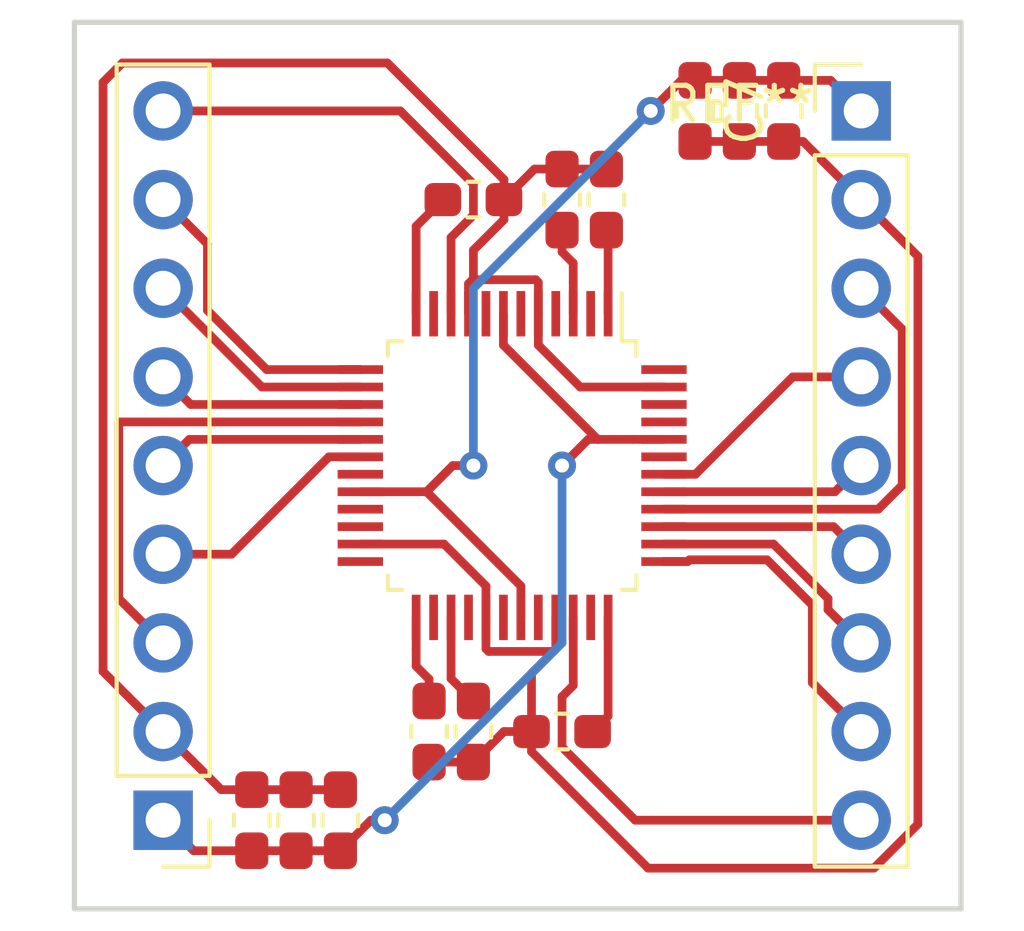
<source format=kicad_pcb>
(kicad_pcb (version 20171130) (host pcbnew "(5.0.0)")

  (general
    (thickness 1.6)
    (drawings 4)
    (tracks 147)
    (zones 0)
    (modules 19)
    (nets 43)
  )

  (page A4)
  (layers
    (0 F.Cu signal)
    (31 B.Cu signal)
    (32 B.Adhes user)
    (33 F.Adhes user)
    (34 B.Paste user hide)
    (35 F.Paste user)
    (36 B.SilkS user)
    (37 F.SilkS user)
    (38 B.Mask user)
    (39 F.Mask user)
    (40 Dwgs.User user)
    (41 Cmts.User user)
    (42 Eco1.User user)
    (43 Eco2.User user)
    (44 Edge.Cuts user)
    (45 Margin user)
    (46 B.CrtYd user)
    (47 F.CrtYd user)
    (48 B.Fab user)
    (49 F.Fab user)
  )

  (setup
    (last_trace_width 0.25)
    (trace_clearance 0.2)
    (zone_clearance 0.508)
    (zone_45_only no)
    (trace_min 0.2)
    (segment_width 0.2)
    (edge_width 0.15)
    (via_size 0.8)
    (via_drill 0.4)
    (via_min_size 0.4)
    (via_min_drill 0.3)
    (uvia_size 0.3)
    (uvia_drill 0.1)
    (uvias_allowed no)
    (uvia_min_size 0.2)
    (uvia_min_drill 0.1)
    (pcb_text_width 0.3)
    (pcb_text_size 1.5 1.5)
    (mod_edge_width 0.15)
    (mod_text_size 1 1)
    (mod_text_width 0.15)
    (pad_size 1.524 1.524)
    (pad_drill 0.762)
    (pad_to_mask_clearance 0.2)
    (aux_axis_origin 0 0)
    (visible_elements 7FFFFFFF)
    (pcbplotparams
      (layerselection 0x010fc_ffffffff)
      (usegerberextensions false)
      (usegerberattributes false)
      (usegerberadvancedattributes false)
      (creategerberjobfile false)
      (excludeedgelayer true)
      (linewidth 0.100000)
      (plotframeref false)
      (viasonmask false)
      (mode 1)
      (useauxorigin false)
      (hpglpennumber 1)
      (hpglpenspeed 20)
      (hpglpendiameter 15.000000)
      (psnegative false)
      (psa4output false)
      (plotreference true)
      (plotvalue true)
      (plotinvisibletext false)
      (padsonsilk false)
      (subtractmaskfromsilk false)
      (outputformat 1)
      (mirror false)
      (drillshape 1)
      (scaleselection 1)
      (outputdirectory ""))
  )

  (net 0 "")
  (net 1 GND)
  (net 2 +5V)
  (net 3 "Net-(C2-Pad2)")
  (net 4 "Net-(C3-Pad1)")
  (net 5 "Net-(C4-Pad2)")
  (net 6 GNDA)
  (net 7 +5VA)
  (net 8 "Net-(C9-Pad1)")
  (net 9 "Net-(C10-Pad2)")
  (net 10 "Net-(C11-Pad1)")
  (net 11 "Net-(J1-Pad3)")
  (net 12 "Net-(J1-Pad4)")
  (net 13 "Net-(J1-Pad5)")
  (net 14 "Net-(J1-Pad6)")
  (net 15 "Net-(J1-Pad7)")
  (net 16 "Net-(J1-Pad8)")
  (net 17 "Net-(J1-Pad9)")
  (net 18 "Net-(J2-Pad9)")
  (net 19 "Net-(J2-Pad8)")
  (net 20 "Net-(J2-Pad7)")
  (net 21 "Net-(J2-Pad6)")
  (net 22 "Net-(J2-Pad5)")
  (net 23 "Net-(J2-Pad4)")
  (net 24 "Net-(J2-Pad3)")
  (net 25 "Net-(U1-Pad2)")
  (net 26 "Net-(U1-Pad4)")
  (net 27 "Net-(U1-Pad6)")
  (net 28 "Net-(U1-Pad8)")
  (net 29 "Net-(U1-Pad11)")
  (net 30 "Net-(U1-Pad19)")
  (net 31 "Net-(U1-Pad21)")
  (net 32 "Net-(U1-Pad22)")
  (net 33 "Net-(U1-Pad24)")
  (net 34 "Net-(U1-Pad26)")
  (net 35 "Net-(U1-Pad28)")
  (net 36 "Net-(U1-Pad30)")
  (net 37 "Net-(U1-Pad32)")
  (net 38 "Net-(U1-Pad35)")
  (net 39 "Net-(U1-Pad43)")
  (net 40 "Net-(U1-Pad45)")
  (net 41 "Net-(U1-Pad46)")
  (net 42 "Net-(U1-Pad48)")

  (net_class Default "This is the default net class."
    (clearance 0.2)
    (trace_width 0.25)
    (via_dia 0.8)
    (via_drill 0.4)
    (uvia_dia 0.3)
    (uvia_drill 0.1)
    (add_net +5V)
    (add_net +5VA)
    (add_net GND)
    (add_net GNDA)
    (add_net "Net-(C10-Pad2)")
    (add_net "Net-(C11-Pad1)")
    (add_net "Net-(C2-Pad2)")
    (add_net "Net-(C3-Pad1)")
    (add_net "Net-(C4-Pad2)")
    (add_net "Net-(C9-Pad1)")
    (add_net "Net-(J1-Pad3)")
    (add_net "Net-(J1-Pad4)")
    (add_net "Net-(J1-Pad5)")
    (add_net "Net-(J1-Pad6)")
    (add_net "Net-(J1-Pad7)")
    (add_net "Net-(J1-Pad8)")
    (add_net "Net-(J1-Pad9)")
    (add_net "Net-(J2-Pad3)")
    (add_net "Net-(J2-Pad4)")
    (add_net "Net-(J2-Pad5)")
    (add_net "Net-(J2-Pad6)")
    (add_net "Net-(J2-Pad7)")
    (add_net "Net-(J2-Pad8)")
    (add_net "Net-(J2-Pad9)")
    (add_net "Net-(U1-Pad11)")
    (add_net "Net-(U1-Pad19)")
    (add_net "Net-(U1-Pad2)")
    (add_net "Net-(U1-Pad21)")
    (add_net "Net-(U1-Pad22)")
    (add_net "Net-(U1-Pad24)")
    (add_net "Net-(U1-Pad26)")
    (add_net "Net-(U1-Pad28)")
    (add_net "Net-(U1-Pad30)")
    (add_net "Net-(U1-Pad32)")
    (add_net "Net-(U1-Pad35)")
    (add_net "Net-(U1-Pad4)")
    (add_net "Net-(U1-Pad43)")
    (add_net "Net-(U1-Pad45)")
    (add_net "Net-(U1-Pad46)")
    (add_net "Net-(U1-Pad48)")
    (add_net "Net-(U1-Pad6)")
    (add_net "Net-(U1-Pad8)")
  )

  (module Capacitor_SMD:C_0603_1608Metric_Pad1.05x0.95mm_HandSolder (layer F.Cu) (tedit 5C3DAEEB) (tstamp 5C3EF9BA)
    (at 93.98 76.2 90)
    (descr "Capacitor SMD 0603 (1608 Metric), square (rectangular) end terminal, IPC_7351 nominal with elongated pad for handsoldering. (Body size source: http://www.tortai-tech.com/upload/download/2011102023233369053.pdf), generated with kicad-footprint-generator")
    (tags "capacitor handsolder")
    (path /5C3CDDF8)
    (attr smd)
    (fp_text reference C1 (at 0 -1.43 90) (layer F.SilkS) hide
      (effects (font (size 1 1) (thickness 0.15)))
    )
    (fp_text value 4.7uF (at 0 1.43 90) (layer F.Fab)
      (effects (font (size 1 1) (thickness 0.15)))
    )
    (fp_text user %R (at 0 0 90) (layer F.Fab)
      (effects (font (size 0.4 0.4) (thickness 0.06)))
    )
    (fp_line (start 1.65 0.73) (end -1.65 0.73) (layer F.CrtYd) (width 0.05))
    (fp_line (start 1.65 -0.73) (end 1.65 0.73) (layer F.CrtYd) (width 0.05))
    (fp_line (start -1.65 -0.73) (end 1.65 -0.73) (layer F.CrtYd) (width 0.05))
    (fp_line (start -1.65 0.73) (end -1.65 -0.73) (layer F.CrtYd) (width 0.05))
    (fp_line (start -0.171267 0.51) (end 0.171267 0.51) (layer F.SilkS) (width 0.12))
    (fp_line (start -0.171267 -0.51) (end 0.171267 -0.51) (layer F.SilkS) (width 0.12))
    (fp_line (start 0.8 0.4) (end -0.8 0.4) (layer F.Fab) (width 0.1))
    (fp_line (start 0.8 -0.4) (end 0.8 0.4) (layer F.Fab) (width 0.1))
    (fp_line (start -0.8 -0.4) (end 0.8 -0.4) (layer F.Fab) (width 0.1))
    (fp_line (start -0.8 0.4) (end -0.8 -0.4) (layer F.Fab) (width 0.1))
    (pad 2 smd roundrect (at 0.875 0 90) (size 1.05 0.95) (layers F.Cu F.Paste F.Mask) (roundrect_rratio 0.25)
      (net 1 GND))
    (pad 1 smd roundrect (at -0.875 0 90) (size 1.05 0.95) (layers F.Cu F.Paste F.Mask) (roundrect_rratio 0.25)
      (net 2 +5V))
    (model ${KISYS3DMOD}/Capacitor_SMD.3dshapes/C_0603_1608Metric.wrl
      (at (xyz 0 0 0))
      (scale (xyz 1 1 1))
      (rotate (xyz 0 0 0))
    )
  )

  (module Capacitor_SMD:C_0603_1608Metric_Pad1.05x0.95mm_HandSolder (layer F.Cu) (tedit 5C3DAF82) (tstamp 5C3EF9CB)
    (at 104.14 58.42 270)
    (descr "Capacitor SMD 0603 (1608 Metric), square (rectangular) end terminal, IPC_7351 nominal with elongated pad for handsoldering. (Body size source: http://www.tortai-tech.com/upload/download/2011102023233369053.pdf), generated with kicad-footprint-generator")
    (tags "capacitor handsolder")
    (path /5C3C9F73)
    (attr smd)
    (fp_text reference C2 (at 0 -1.43 270) (layer F.SilkS) hide
      (effects (font (size 1 1) (thickness 0.15)))
    )
    (fp_text value 100nF (at 0 1.43 270) (layer F.Fab)
      (effects (font (size 1 1) (thickness 0.15)))
    )
    (fp_line (start -0.8 0.4) (end -0.8 -0.4) (layer F.Fab) (width 0.1))
    (fp_line (start -0.8 -0.4) (end 0.8 -0.4) (layer F.Fab) (width 0.1))
    (fp_line (start 0.8 -0.4) (end 0.8 0.4) (layer F.Fab) (width 0.1))
    (fp_line (start 0.8 0.4) (end -0.8 0.4) (layer F.Fab) (width 0.1))
    (fp_line (start -0.171267 -0.51) (end 0.171267 -0.51) (layer F.SilkS) (width 0.12))
    (fp_line (start -0.171267 0.51) (end 0.171267 0.51) (layer F.SilkS) (width 0.12))
    (fp_line (start -1.65 0.73) (end -1.65 -0.73) (layer F.CrtYd) (width 0.05))
    (fp_line (start -1.65 -0.73) (end 1.65 -0.73) (layer F.CrtYd) (width 0.05))
    (fp_line (start 1.65 -0.73) (end 1.65 0.73) (layer F.CrtYd) (width 0.05))
    (fp_line (start 1.65 0.73) (end -1.65 0.73) (layer F.CrtYd) (width 0.05))
    (fp_text user %R (at 0 0 270) (layer F.Fab)
      (effects (font (size 0.4 0.4) (thickness 0.06)))
    )
    (pad 1 smd roundrect (at -0.875 0 270) (size 1.05 0.95) (layers F.Cu F.Paste F.Mask) (roundrect_rratio 0.25)
      (net 1 GND))
    (pad 2 smd roundrect (at 0.875 0 270) (size 1.05 0.95) (layers F.Cu F.Paste F.Mask) (roundrect_rratio 0.25)
      (net 3 "Net-(C2-Pad2)"))
    (model ${KISYS3DMOD}/Capacitor_SMD.3dshapes/C_0603_1608Metric.wrl
      (at (xyz 0 0 0))
      (scale (xyz 1 1 1))
      (rotate (xyz 0 0 0))
    )
  )

  (module Capacitor_SMD:C_0603_1608Metric_Pad1.05x0.95mm_HandSolder (layer F.Cu) (tedit 5C3DAF8C) (tstamp 5C3EF9DC)
    (at 102.87 58.42 90)
    (descr "Capacitor SMD 0603 (1608 Metric), square (rectangular) end terminal, IPC_7351 nominal with elongated pad for handsoldering. (Body size source: http://www.tortai-tech.com/upload/download/2011102023233369053.pdf), generated with kicad-footprint-generator")
    (tags "capacitor handsolder")
    (path /5C3C9FFD)
    (attr smd)
    (fp_text reference C3 (at 0 -1.43 90) (layer F.SilkS) hide
      (effects (font (size 1 1) (thickness 0.15)))
    )
    (fp_text value 100nF (at 0 1.43 90) (layer F.Fab)
      (effects (font (size 1 1) (thickness 0.15)))
    )
    (fp_text user %R (at 0 0 90) (layer F.Fab)
      (effects (font (size 0.4 0.4) (thickness 0.06)))
    )
    (fp_line (start 1.65 0.73) (end -1.65 0.73) (layer F.CrtYd) (width 0.05))
    (fp_line (start 1.65 -0.73) (end 1.65 0.73) (layer F.CrtYd) (width 0.05))
    (fp_line (start -1.65 -0.73) (end 1.65 -0.73) (layer F.CrtYd) (width 0.05))
    (fp_line (start -1.65 0.73) (end -1.65 -0.73) (layer F.CrtYd) (width 0.05))
    (fp_line (start -0.171267 0.51) (end 0.171267 0.51) (layer F.SilkS) (width 0.12))
    (fp_line (start -0.171267 -0.51) (end 0.171267 -0.51) (layer F.SilkS) (width 0.12))
    (fp_line (start 0.8 0.4) (end -0.8 0.4) (layer F.Fab) (width 0.1))
    (fp_line (start 0.8 -0.4) (end 0.8 0.4) (layer F.Fab) (width 0.1))
    (fp_line (start -0.8 -0.4) (end 0.8 -0.4) (layer F.Fab) (width 0.1))
    (fp_line (start -0.8 0.4) (end -0.8 -0.4) (layer F.Fab) (width 0.1))
    (pad 2 smd roundrect (at 0.875 0 90) (size 1.05 0.95) (layers F.Cu F.Paste F.Mask) (roundrect_rratio 0.25)
      (net 1 GND))
    (pad 1 smd roundrect (at -0.875 0 90) (size 1.05 0.95) (layers F.Cu F.Paste F.Mask) (roundrect_rratio 0.25)
      (net 4 "Net-(C3-Pad1)"))
    (model ${KISYS3DMOD}/Capacitor_SMD.3dshapes/C_0603_1608Metric.wrl
      (at (xyz 0 0 0))
      (scale (xyz 1 1 1))
      (rotate (xyz 0 0 0))
    )
  )

  (module Capacitor_SMD:C_0603_1608Metric_Pad1.05x0.95mm_HandSolder (layer F.Cu) (tedit 5C3DAF86) (tstamp 5C3EF9ED)
    (at 100.33 58.42 180)
    (descr "Capacitor SMD 0603 (1608 Metric), square (rectangular) end terminal, IPC_7351 nominal with elongated pad for handsoldering. (Body size source: http://www.tortai-tech.com/upload/download/2011102023233369053.pdf), generated with kicad-footprint-generator")
    (tags "capacitor handsolder")
    (path /5C3C9E61)
    (attr smd)
    (fp_text reference C4 (at 0 -1.43 180) (layer F.SilkS) hide
      (effects (font (size 1 1) (thickness 0.15)))
    )
    (fp_text value 220nF (at 0 1.43 180) (layer F.Fab)
      (effects (font (size 1 1) (thickness 0.15)))
    )
    (fp_text user %R (at 0 0 180) (layer F.Fab)
      (effects (font (size 0.4 0.4) (thickness 0.06)))
    )
    (fp_line (start 1.65 0.73) (end -1.65 0.73) (layer F.CrtYd) (width 0.05))
    (fp_line (start 1.65 -0.73) (end 1.65 0.73) (layer F.CrtYd) (width 0.05))
    (fp_line (start -1.65 -0.73) (end 1.65 -0.73) (layer F.CrtYd) (width 0.05))
    (fp_line (start -1.65 0.73) (end -1.65 -0.73) (layer F.CrtYd) (width 0.05))
    (fp_line (start -0.171267 0.51) (end 0.171267 0.51) (layer F.SilkS) (width 0.12))
    (fp_line (start -0.171267 -0.51) (end 0.171267 -0.51) (layer F.SilkS) (width 0.12))
    (fp_line (start 0.8 0.4) (end -0.8 0.4) (layer F.Fab) (width 0.1))
    (fp_line (start 0.8 -0.4) (end 0.8 0.4) (layer F.Fab) (width 0.1))
    (fp_line (start -0.8 -0.4) (end 0.8 -0.4) (layer F.Fab) (width 0.1))
    (fp_line (start -0.8 0.4) (end -0.8 -0.4) (layer F.Fab) (width 0.1))
    (pad 2 smd roundrect (at 0.875 0 180) (size 1.05 0.95) (layers F.Cu F.Paste F.Mask) (roundrect_rratio 0.25)
      (net 5 "Net-(C4-Pad2)"))
    (pad 1 smd roundrect (at -0.875 0 180) (size 1.05 0.95) (layers F.Cu F.Paste F.Mask) (roundrect_rratio 0.25)
      (net 1 GND))
    (model ${KISYS3DMOD}/Capacitor_SMD.3dshapes/C_0603_1608Metric.wrl
      (at (xyz 0 0 0))
      (scale (xyz 1 1 1))
      (rotate (xyz 0 0 0))
    )
  )

  (module Capacitor_SMD:C_0603_1608Metric_Pad1.05x0.95mm_HandSolder (layer F.Cu) (tedit 5C3DAF03) (tstamp 5C3EF9FE)
    (at 96.52 76.2 90)
    (descr "Capacitor SMD 0603 (1608 Metric), square (rectangular) end terminal, IPC_7351 nominal with elongated pad for handsoldering. (Body size source: http://www.tortai-tech.com/upload/download/2011102023233369053.pdf), generated with kicad-footprint-generator")
    (tags "capacitor handsolder")
    (path /5C3D0A02)
    (attr smd)
    (fp_text reference C5 (at 0 -1.43 90) (layer F.SilkS) hide
      (effects (font (size 1 1) (thickness 0.15)))
    )
    (fp_text value 1uF (at 0 1.43 90) (layer F.Fab)
      (effects (font (size 1 1) (thickness 0.15)))
    )
    (fp_text user %R (at 0 0 90) (layer F.Fab)
      (effects (font (size 0.4 0.4) (thickness 0.06)))
    )
    (fp_line (start 1.65 0.73) (end -1.65 0.73) (layer F.CrtYd) (width 0.05))
    (fp_line (start 1.65 -0.73) (end 1.65 0.73) (layer F.CrtYd) (width 0.05))
    (fp_line (start -1.65 -0.73) (end 1.65 -0.73) (layer F.CrtYd) (width 0.05))
    (fp_line (start -1.65 0.73) (end -1.65 -0.73) (layer F.CrtYd) (width 0.05))
    (fp_line (start -0.171267 0.51) (end 0.171267 0.51) (layer F.SilkS) (width 0.12))
    (fp_line (start -0.171267 -0.51) (end 0.171267 -0.51) (layer F.SilkS) (width 0.12))
    (fp_line (start 0.8 0.4) (end -0.8 0.4) (layer F.Fab) (width 0.1))
    (fp_line (start 0.8 -0.4) (end 0.8 0.4) (layer F.Fab) (width 0.1))
    (fp_line (start -0.8 -0.4) (end 0.8 -0.4) (layer F.Fab) (width 0.1))
    (fp_line (start -0.8 0.4) (end -0.8 -0.4) (layer F.Fab) (width 0.1))
    (pad 2 smd roundrect (at 0.875 0 90) (size 1.05 0.95) (layers F.Cu F.Paste F.Mask) (roundrect_rratio 0.25)
      (net 1 GND))
    (pad 1 smd roundrect (at -0.875 0 90) (size 1.05 0.95) (layers F.Cu F.Paste F.Mask) (roundrect_rratio 0.25)
      (net 2 +5V))
    (model ${KISYS3DMOD}/Capacitor_SMD.3dshapes/C_0603_1608Metric.wrl
      (at (xyz 0 0 0))
      (scale (xyz 1 1 1))
      (rotate (xyz 0 0 0))
    )
  )

  (module Capacitor_SMD:C_0603_1608Metric_Pad1.05x0.95mm_HandSolder (layer F.Cu) (tedit 5C3DAEEF) (tstamp 5C3EFA0F)
    (at 95.25 76.2 90)
    (descr "Capacitor SMD 0603 (1608 Metric), square (rectangular) end terminal, IPC_7351 nominal with elongated pad for handsoldering. (Body size source: http://www.tortai-tech.com/upload/download/2011102023233369053.pdf), generated with kicad-footprint-generator")
    (tags "capacitor handsolder")
    (path /5C3D0996)
    (attr smd)
    (fp_text reference C6 (at 0 -1.43 90) (layer F.SilkS) hide
      (effects (font (size 1 1) (thickness 0.15)))
    )
    (fp_text value 1uF (at 0 1.43 90) (layer F.Fab)
      (effects (font (size 1 1) (thickness 0.15)))
    )
    (fp_line (start -0.8 0.4) (end -0.8 -0.4) (layer F.Fab) (width 0.1))
    (fp_line (start -0.8 -0.4) (end 0.8 -0.4) (layer F.Fab) (width 0.1))
    (fp_line (start 0.8 -0.4) (end 0.8 0.4) (layer F.Fab) (width 0.1))
    (fp_line (start 0.8 0.4) (end -0.8 0.4) (layer F.Fab) (width 0.1))
    (fp_line (start -0.171267 -0.51) (end 0.171267 -0.51) (layer F.SilkS) (width 0.12))
    (fp_line (start -0.171267 0.51) (end 0.171267 0.51) (layer F.SilkS) (width 0.12))
    (fp_line (start -1.65 0.73) (end -1.65 -0.73) (layer F.CrtYd) (width 0.05))
    (fp_line (start -1.65 -0.73) (end 1.65 -0.73) (layer F.CrtYd) (width 0.05))
    (fp_line (start 1.65 -0.73) (end 1.65 0.73) (layer F.CrtYd) (width 0.05))
    (fp_line (start 1.65 0.73) (end -1.65 0.73) (layer F.CrtYd) (width 0.05))
    (fp_text user %R (at 0 0 90) (layer F.Fab)
      (effects (font (size 0.4 0.4) (thickness 0.06)))
    )
    (pad 1 smd roundrect (at -0.875 0 90) (size 1.05 0.95) (layers F.Cu F.Paste F.Mask) (roundrect_rratio 0.25)
      (net 2 +5V))
    (pad 2 smd roundrect (at 0.875 0 90) (size 1.05 0.95) (layers F.Cu F.Paste F.Mask) (roundrect_rratio 0.25)
      (net 1 GND))
    (model ${KISYS3DMOD}/Capacitor_SMD.3dshapes/C_0603_1608Metric.wrl
      (at (xyz 0 0 0))
      (scale (xyz 1 1 1))
      (rotate (xyz 0 0 0))
    )
  )

  (module Capacitor_SMD:C_0603_1608Metric_Pad1.05x0.95mm_HandSolder (layer F.Cu) (tedit 5B301BBE) (tstamp 5C3EFA20)
    (at 106.68 55.88 270)
    (descr "Capacitor SMD 0603 (1608 Metric), square (rectangular) end terminal, IPC_7351 nominal with elongated pad for handsoldering. (Body size source: http://www.tortai-tech.com/upload/download/2011102023233369053.pdf), generated with kicad-footprint-generator")
    (tags "capacitor handsolder")
    (path /5C3CE598)
    (attr smd)
    (fp_text reference C7 (at 0 -1.43 270) (layer F.SilkS)
      (effects (font (size 1 1) (thickness 0.15)))
    )
    (fp_text value 1uF (at 0 1.43 270) (layer F.Fab)
      (effects (font (size 1 1) (thickness 0.15)))
    )
    (fp_text user %R (at 0 0 270) (layer F.Fab)
      (effects (font (size 0.4 0.4) (thickness 0.06)))
    )
    (fp_line (start 1.65 0.73) (end -1.65 0.73) (layer F.CrtYd) (width 0.05))
    (fp_line (start 1.65 -0.73) (end 1.65 0.73) (layer F.CrtYd) (width 0.05))
    (fp_line (start -1.65 -0.73) (end 1.65 -0.73) (layer F.CrtYd) (width 0.05))
    (fp_line (start -1.65 0.73) (end -1.65 -0.73) (layer F.CrtYd) (width 0.05))
    (fp_line (start -0.171267 0.51) (end 0.171267 0.51) (layer F.SilkS) (width 0.12))
    (fp_line (start -0.171267 -0.51) (end 0.171267 -0.51) (layer F.SilkS) (width 0.12))
    (fp_line (start 0.8 0.4) (end -0.8 0.4) (layer F.Fab) (width 0.1))
    (fp_line (start 0.8 -0.4) (end 0.8 0.4) (layer F.Fab) (width 0.1))
    (fp_line (start -0.8 -0.4) (end 0.8 -0.4) (layer F.Fab) (width 0.1))
    (fp_line (start -0.8 0.4) (end -0.8 -0.4) (layer F.Fab) (width 0.1))
    (pad 2 smd roundrect (at 0.875 0 270) (size 1.05 0.95) (layers F.Cu F.Paste F.Mask) (roundrect_rratio 0.25)
      (net 6 GNDA))
    (pad 1 smd roundrect (at -0.875 0 270) (size 1.05 0.95) (layers F.Cu F.Paste F.Mask) (roundrect_rratio 0.25)
      (net 7 +5VA))
    (model ${KISYS3DMOD}/Capacitor_SMD.3dshapes/C_0603_1608Metric.wrl
      (at (xyz 0 0 0))
      (scale (xyz 1 1 1))
      (rotate (xyz 0 0 0))
    )
  )

  (module Capacitor_SMD:C_0603_1608Metric_Pad1.05x0.95mm_HandSolder (layer F.Cu) (tedit 5C3DAFD6) (tstamp 5C3EFA31)
    (at 107.95 55.88 270)
    (descr "Capacitor SMD 0603 (1608 Metric), square (rectangular) end terminal, IPC_7351 nominal with elongated pad for handsoldering. (Body size source: http://www.tortai-tech.com/upload/download/2011102023233369053.pdf), generated with kicad-footprint-generator")
    (tags "capacitor handsolder")
    (path /5C3CE48A)
    (attr smd)
    (fp_text reference C8 (at 0 -1.43 270) (layer F.SilkS) hide
      (effects (font (size 1 1) (thickness 0.15)))
    )
    (fp_text value 1uF (at 0 1.43 270) (layer F.Fab) hide
      (effects (font (size 1 1) (thickness 0.15)))
    )
    (fp_line (start -0.8 0.4) (end -0.8 -0.4) (layer F.Fab) (width 0.1))
    (fp_line (start -0.8 -0.4) (end 0.8 -0.4) (layer F.Fab) (width 0.1))
    (fp_line (start 0.8 -0.4) (end 0.8 0.4) (layer F.Fab) (width 0.1))
    (fp_line (start 0.8 0.4) (end -0.8 0.4) (layer F.Fab) (width 0.1))
    (fp_line (start -0.171267 -0.51) (end 0.171267 -0.51) (layer F.SilkS) (width 0.12))
    (fp_line (start -0.171267 0.51) (end 0.171267 0.51) (layer F.SilkS) (width 0.12))
    (fp_line (start -1.65 0.73) (end -1.65 -0.73) (layer F.CrtYd) (width 0.05))
    (fp_line (start -1.65 -0.73) (end 1.65 -0.73) (layer F.CrtYd) (width 0.05))
    (fp_line (start 1.65 -0.73) (end 1.65 0.73) (layer F.CrtYd) (width 0.05))
    (fp_line (start 1.65 0.73) (end -1.65 0.73) (layer F.CrtYd) (width 0.05))
    (fp_text user %R (at 0 0 270) (layer F.Fab)
      (effects (font (size 0.4 0.4) (thickness 0.06)))
    )
    (pad 1 smd roundrect (at -0.875 0 270) (size 1.05 0.95) (layers F.Cu F.Paste F.Mask) (roundrect_rratio 0.25)
      (net 7 +5VA))
    (pad 2 smd roundrect (at 0.875 0 270) (size 1.05 0.95) (layers F.Cu F.Paste F.Mask) (roundrect_rratio 0.25)
      (net 6 GNDA))
    (model ${KISYS3DMOD}/Capacitor_SMD.3dshapes/C_0603_1608Metric.wrl
      (at (xyz 0 0 0))
      (scale (xyz 1 1 1))
      (rotate (xyz 0 0 0))
    )
  )

  (module Capacitor_SMD:C_0603_1608Metric_Pad1.05x0.95mm_HandSolder (layer F.Cu) (tedit 5C3DAF20) (tstamp 5C3EFA42)
    (at 102.87 73.66 180)
    (descr "Capacitor SMD 0603 (1608 Metric), square (rectangular) end terminal, IPC_7351 nominal with elongated pad for handsoldering. (Body size source: http://www.tortai-tech.com/upload/download/2011102023233369053.pdf), generated with kicad-footprint-generator")
    (tags "capacitor handsolder")
    (path /5C3C9CF1)
    (attr smd)
    (fp_text reference C9 (at 0 -1.43 180) (layer F.SilkS) hide
      (effects (font (size 1 1) (thickness 0.15)))
    )
    (fp_text value 220nF (at 0 1.43 180) (layer F.Fab)
      (effects (font (size 1 1) (thickness 0.15)))
    )
    (fp_line (start -0.8 0.4) (end -0.8 -0.4) (layer F.Fab) (width 0.1))
    (fp_line (start -0.8 -0.4) (end 0.8 -0.4) (layer F.Fab) (width 0.1))
    (fp_line (start 0.8 -0.4) (end 0.8 0.4) (layer F.Fab) (width 0.1))
    (fp_line (start 0.8 0.4) (end -0.8 0.4) (layer F.Fab) (width 0.1))
    (fp_line (start -0.171267 -0.51) (end 0.171267 -0.51) (layer F.SilkS) (width 0.12))
    (fp_line (start -0.171267 0.51) (end 0.171267 0.51) (layer F.SilkS) (width 0.12))
    (fp_line (start -1.65 0.73) (end -1.65 -0.73) (layer F.CrtYd) (width 0.05))
    (fp_line (start -1.65 -0.73) (end 1.65 -0.73) (layer F.CrtYd) (width 0.05))
    (fp_line (start 1.65 -0.73) (end 1.65 0.73) (layer F.CrtYd) (width 0.05))
    (fp_line (start 1.65 0.73) (end -1.65 0.73) (layer F.CrtYd) (width 0.05))
    (fp_text user %R (at 0 0 180) (layer F.Fab)
      (effects (font (size 0.4 0.4) (thickness 0.06)))
    )
    (pad 1 smd roundrect (at -0.875 0 180) (size 1.05 0.95) (layers F.Cu F.Paste F.Mask) (roundrect_rratio 0.25)
      (net 8 "Net-(C9-Pad1)"))
    (pad 2 smd roundrect (at 0.875 0 180) (size 1.05 0.95) (layers F.Cu F.Paste F.Mask) (roundrect_rratio 0.25)
      (net 6 GNDA))
    (model ${KISYS3DMOD}/Capacitor_SMD.3dshapes/C_0603_1608Metric.wrl
      (at (xyz 0 0 0))
      (scale (xyz 1 1 1))
      (rotate (xyz 0 0 0))
    )
  )

  (module Capacitor_SMD:C_0603_1608Metric_Pad1.05x0.95mm_HandSolder (layer F.Cu) (tedit 5C3DAF16) (tstamp 5C3EFA53)
    (at 100.33 73.66 90)
    (descr "Capacitor SMD 0603 (1608 Metric), square (rectangular) end terminal, IPC_7351 nominal with elongated pad for handsoldering. (Body size source: http://www.tortai-tech.com/upload/download/2011102023233369053.pdf), generated with kicad-footprint-generator")
    (tags "capacitor handsolder")
    (path /5C3C9CA7)
    (attr smd)
    (fp_text reference C10 (at 0 -1.43 90) (layer F.SilkS) hide
      (effects (font (size 1 1) (thickness 0.15)))
    )
    (fp_text value 100nF (at 0 1.43 90) (layer F.Fab)
      (effects (font (size 1 1) (thickness 0.15)))
    )
    (fp_text user %R (at 0 0 90) (layer F.Fab)
      (effects (font (size 0.4 0.4) (thickness 0.06)))
    )
    (fp_line (start 1.65 0.73) (end -1.65 0.73) (layer F.CrtYd) (width 0.05))
    (fp_line (start 1.65 -0.73) (end 1.65 0.73) (layer F.CrtYd) (width 0.05))
    (fp_line (start -1.65 -0.73) (end 1.65 -0.73) (layer F.CrtYd) (width 0.05))
    (fp_line (start -1.65 0.73) (end -1.65 -0.73) (layer F.CrtYd) (width 0.05))
    (fp_line (start -0.171267 0.51) (end 0.171267 0.51) (layer F.SilkS) (width 0.12))
    (fp_line (start -0.171267 -0.51) (end 0.171267 -0.51) (layer F.SilkS) (width 0.12))
    (fp_line (start 0.8 0.4) (end -0.8 0.4) (layer F.Fab) (width 0.1))
    (fp_line (start 0.8 -0.4) (end 0.8 0.4) (layer F.Fab) (width 0.1))
    (fp_line (start -0.8 -0.4) (end 0.8 -0.4) (layer F.Fab) (width 0.1))
    (fp_line (start -0.8 0.4) (end -0.8 -0.4) (layer F.Fab) (width 0.1))
    (pad 2 smd roundrect (at 0.875 0 90) (size 1.05 0.95) (layers F.Cu F.Paste F.Mask) (roundrect_rratio 0.25)
      (net 9 "Net-(C10-Pad2)"))
    (pad 1 smd roundrect (at -0.875 0 90) (size 1.05 0.95) (layers F.Cu F.Paste F.Mask) (roundrect_rratio 0.25)
      (net 6 GNDA))
    (model ${KISYS3DMOD}/Capacitor_SMD.3dshapes/C_0603_1608Metric.wrl
      (at (xyz 0 0 0))
      (scale (xyz 1 1 1))
      (rotate (xyz 0 0 0))
    )
  )

  (module Capacitor_SMD:C_0603_1608Metric_Pad1.05x0.95mm_HandSolder (layer F.Cu) (tedit 5C3DAF1B) (tstamp 5C3EFA64)
    (at 99.06 73.66 270)
    (descr "Capacitor SMD 0603 (1608 Metric), square (rectangular) end terminal, IPC_7351 nominal with elongated pad for handsoldering. (Body size source: http://www.tortai-tech.com/upload/download/2011102023233369053.pdf), generated with kicad-footprint-generator")
    (tags "capacitor handsolder")
    (path /5C3C9BE7)
    (attr smd)
    (fp_text reference C11 (at 0 -1.43 270) (layer F.SilkS) hide
      (effects (font (size 1 1) (thickness 0.15)))
    )
    (fp_text value 100nF (at 0 1.43 270) (layer F.Fab)
      (effects (font (size 1 1) (thickness 0.15)))
    )
    (fp_line (start -0.8 0.4) (end -0.8 -0.4) (layer F.Fab) (width 0.1))
    (fp_line (start -0.8 -0.4) (end 0.8 -0.4) (layer F.Fab) (width 0.1))
    (fp_line (start 0.8 -0.4) (end 0.8 0.4) (layer F.Fab) (width 0.1))
    (fp_line (start 0.8 0.4) (end -0.8 0.4) (layer F.Fab) (width 0.1))
    (fp_line (start -0.171267 -0.51) (end 0.171267 -0.51) (layer F.SilkS) (width 0.12))
    (fp_line (start -0.171267 0.51) (end 0.171267 0.51) (layer F.SilkS) (width 0.12))
    (fp_line (start -1.65 0.73) (end -1.65 -0.73) (layer F.CrtYd) (width 0.05))
    (fp_line (start -1.65 -0.73) (end 1.65 -0.73) (layer F.CrtYd) (width 0.05))
    (fp_line (start 1.65 -0.73) (end 1.65 0.73) (layer F.CrtYd) (width 0.05))
    (fp_line (start 1.65 0.73) (end -1.65 0.73) (layer F.CrtYd) (width 0.05))
    (fp_text user %R (at 0 0 270) (layer F.Fab)
      (effects (font (size 0.4 0.4) (thickness 0.06)))
    )
    (pad 1 smd roundrect (at -0.875 0 270) (size 1.05 0.95) (layers F.Cu F.Paste F.Mask) (roundrect_rratio 0.25)
      (net 10 "Net-(C11-Pad1)"))
    (pad 2 smd roundrect (at 0.875 0 270) (size 1.05 0.95) (layers F.Cu F.Paste F.Mask) (roundrect_rratio 0.25)
      (net 6 GNDA))
    (model ${KISYS3DMOD}/Capacitor_SMD.3dshapes/C_0603_1608Metric.wrl
      (at (xyz 0 0 0))
      (scale (xyz 1 1 1))
      (rotate (xyz 0 0 0))
    )
  )

  (module Capacitor_SMD:C_0603_1608Metric_Pad1.05x0.95mm_HandSolder (layer F.Cu) (tedit 5C3DAF93) (tstamp 5C3EFA75)
    (at 109.22 55.88 270)
    (descr "Capacitor SMD 0603 (1608 Metric), square (rectangular) end terminal, IPC_7351 nominal with elongated pad for handsoldering. (Body size source: http://www.tortai-tech.com/upload/download/2011102023233369053.pdf), generated with kicad-footprint-generator")
    (tags "capacitor handsolder")
    (path /5C3CD77A)
    (attr smd)
    (fp_text reference C12 (at 0 -1.43 270) (layer F.SilkS) hide
      (effects (font (size 1 1) (thickness 0.15)))
    )
    (fp_text value 4.7uF (at 0 1.43 270) (layer F.Fab)
      (effects (font (size 1 1) (thickness 0.15)))
    )
    (fp_line (start -0.8 0.4) (end -0.8 -0.4) (layer F.Fab) (width 0.1))
    (fp_line (start -0.8 -0.4) (end 0.8 -0.4) (layer F.Fab) (width 0.1))
    (fp_line (start 0.8 -0.4) (end 0.8 0.4) (layer F.Fab) (width 0.1))
    (fp_line (start 0.8 0.4) (end -0.8 0.4) (layer F.Fab) (width 0.1))
    (fp_line (start -0.171267 -0.51) (end 0.171267 -0.51) (layer F.SilkS) (width 0.12))
    (fp_line (start -0.171267 0.51) (end 0.171267 0.51) (layer F.SilkS) (width 0.12))
    (fp_line (start -1.65 0.73) (end -1.65 -0.73) (layer F.CrtYd) (width 0.05))
    (fp_line (start -1.65 -0.73) (end 1.65 -0.73) (layer F.CrtYd) (width 0.05))
    (fp_line (start 1.65 -0.73) (end 1.65 0.73) (layer F.CrtYd) (width 0.05))
    (fp_line (start 1.65 0.73) (end -1.65 0.73) (layer F.CrtYd) (width 0.05))
    (fp_text user %R (at 0 0 270) (layer F.Fab)
      (effects (font (size 0.4 0.4) (thickness 0.06)))
    )
    (pad 1 smd roundrect (at -0.875 0 270) (size 1.05 0.95) (layers F.Cu F.Paste F.Mask) (roundrect_rratio 0.25)
      (net 7 +5VA))
    (pad 2 smd roundrect (at 0.875 0 270) (size 1.05 0.95) (layers F.Cu F.Paste F.Mask) (roundrect_rratio 0.25)
      (net 6 GNDA))
    (model ${KISYS3DMOD}/Capacitor_SMD.3dshapes/C_0603_1608Metric.wrl
      (at (xyz 0 0 0))
      (scale (xyz 1 1 1))
      (rotate (xyz 0 0 0))
    )
  )

  (module Connector_PinHeader_2.54mm:PinHeader_1x09_P2.54mm_Vertical locked (layer F.Cu) (tedit 5C3DAECD) (tstamp 5C3EFA92)
    (at 91.44 76.2 180)
    (descr "Through hole straight pin header, 1x09, 2.54mm pitch, single row")
    (tags "Through hole pin header THT 1x09 2.54mm single row")
    (path /5C3C9798)
    (fp_text reference J1 (at 0 -2.33 180) (layer F.SilkS) hide
      (effects (font (size 1 1) (thickness 0.15)))
    )
    (fp_text value Conn_01x09 (at 0 22.65 180) (layer F.Fab)
      (effects (font (size 1 1) (thickness 0.15)))
    )
    (fp_line (start -0.635 -1.27) (end 1.27 -1.27) (layer F.Fab) (width 0.1))
    (fp_line (start 1.27 -1.27) (end 1.27 21.59) (layer F.Fab) (width 0.1))
    (fp_line (start 1.27 21.59) (end -1.27 21.59) (layer F.Fab) (width 0.1))
    (fp_line (start -1.27 21.59) (end -1.27 -0.635) (layer F.Fab) (width 0.1))
    (fp_line (start -1.27 -0.635) (end -0.635 -1.27) (layer F.Fab) (width 0.1))
    (fp_line (start -1.33 21.65) (end 1.33 21.65) (layer F.SilkS) (width 0.12))
    (fp_line (start -1.33 1.27) (end -1.33 21.65) (layer F.SilkS) (width 0.12))
    (fp_line (start 1.33 1.27) (end 1.33 21.65) (layer F.SilkS) (width 0.12))
    (fp_line (start -1.33 1.27) (end 1.33 1.27) (layer F.SilkS) (width 0.12))
    (fp_line (start -1.33 0) (end -1.33 -1.33) (layer F.SilkS) (width 0.12))
    (fp_line (start -1.33 -1.33) (end 0 -1.33) (layer F.SilkS) (width 0.12))
    (fp_line (start -1.8 -1.8) (end -1.8 22.1) (layer F.CrtYd) (width 0.05))
    (fp_line (start -1.8 22.1) (end 1.8 22.1) (layer F.CrtYd) (width 0.05))
    (fp_line (start 1.8 22.1) (end 1.8 -1.8) (layer F.CrtYd) (width 0.05))
    (fp_line (start 1.8 -1.8) (end -1.8 -1.8) (layer F.CrtYd) (width 0.05))
    (fp_text user %R (at 0 10.16 270) (layer F.Fab)
      (effects (font (size 1 1) (thickness 0.15)))
    )
    (pad 1 thru_hole rect (at 0 0 180) (size 1.7 1.7) (drill 1) (layers *.Cu *.Mask)
      (net 2 +5V))
    (pad 2 thru_hole oval (at 0 2.54 180) (size 1.7 1.7) (drill 1) (layers *.Cu *.Mask)
      (net 1 GND))
    (pad 3 thru_hole oval (at 0 5.08 180) (size 1.7 1.7) (drill 1) (layers *.Cu *.Mask)
      (net 11 "Net-(J1-Pad3)"))
    (pad 4 thru_hole oval (at 0 7.62 180) (size 1.7 1.7) (drill 1) (layers *.Cu *.Mask)
      (net 12 "Net-(J1-Pad4)"))
    (pad 5 thru_hole oval (at 0 10.16 180) (size 1.7 1.7) (drill 1) (layers *.Cu *.Mask)
      (net 13 "Net-(J1-Pad5)"))
    (pad 6 thru_hole oval (at 0 12.7 180) (size 1.7 1.7) (drill 1) (layers *.Cu *.Mask)
      (net 14 "Net-(J1-Pad6)"))
    (pad 7 thru_hole oval (at 0 15.24 180) (size 1.7 1.7) (drill 1) (layers *.Cu *.Mask)
      (net 15 "Net-(J1-Pad7)"))
    (pad 8 thru_hole oval (at 0 17.78 180) (size 1.7 1.7) (drill 1) (layers *.Cu *.Mask)
      (net 16 "Net-(J1-Pad8)"))
    (pad 9 thru_hole oval (at 0 20.32 180) (size 1.7 1.7) (drill 1) (layers *.Cu *.Mask)
      (net 17 "Net-(J1-Pad9)"))
    (model ${KISYS3DMOD}/Connector_PinHeader_2.54mm.3dshapes/PinHeader_1x09_P2.54mm_Vertical.wrl
      (at (xyz 0 0 0))
      (scale (xyz 1 1 1))
      (rotate (xyz 0 0 0))
    )
  )

  (module Connector_PinHeader_2.54mm:PinHeader_1x09_P2.54mm_Vertical locked (layer F.Cu) (tedit 5C3DAEC8) (tstamp 5C3EFAAF)
    (at 111.44 55.88)
    (descr "Through hole straight pin header, 1x09, 2.54mm pitch, single row")
    (tags "Through hole pin header THT 1x09 2.54mm single row")
    (path /5C3C9882)
    (fp_text reference J2 (at 0 -2.33) (layer F.SilkS) hide
      (effects (font (size 1 1) (thickness 0.15)))
    )
    (fp_text value Conn_01x09 (at 0 22.65) (layer F.Fab)
      (effects (font (size 1 1) (thickness 0.15)))
    )
    (fp_text user %R (at 0 10.16 90) (layer F.Fab)
      (effects (font (size 1 1) (thickness 0.15)))
    )
    (fp_line (start 1.8 -1.8) (end -1.8 -1.8) (layer F.CrtYd) (width 0.05))
    (fp_line (start 1.8 22.1) (end 1.8 -1.8) (layer F.CrtYd) (width 0.05))
    (fp_line (start -1.8 22.1) (end 1.8 22.1) (layer F.CrtYd) (width 0.05))
    (fp_line (start -1.8 -1.8) (end -1.8 22.1) (layer F.CrtYd) (width 0.05))
    (fp_line (start -1.33 -1.33) (end 0 -1.33) (layer F.SilkS) (width 0.12))
    (fp_line (start -1.33 0) (end -1.33 -1.33) (layer F.SilkS) (width 0.12))
    (fp_line (start -1.33 1.27) (end 1.33 1.27) (layer F.SilkS) (width 0.12))
    (fp_line (start 1.33 1.27) (end 1.33 21.65) (layer F.SilkS) (width 0.12))
    (fp_line (start -1.33 1.27) (end -1.33 21.65) (layer F.SilkS) (width 0.12))
    (fp_line (start -1.33 21.65) (end 1.33 21.65) (layer F.SilkS) (width 0.12))
    (fp_line (start -1.27 -0.635) (end -0.635 -1.27) (layer F.Fab) (width 0.1))
    (fp_line (start -1.27 21.59) (end -1.27 -0.635) (layer F.Fab) (width 0.1))
    (fp_line (start 1.27 21.59) (end -1.27 21.59) (layer F.Fab) (width 0.1))
    (fp_line (start 1.27 -1.27) (end 1.27 21.59) (layer F.Fab) (width 0.1))
    (fp_line (start -0.635 -1.27) (end 1.27 -1.27) (layer F.Fab) (width 0.1))
    (pad 9 thru_hole oval (at 0 20.32) (size 1.7 1.7) (drill 1) (layers *.Cu *.Mask)
      (net 18 "Net-(J2-Pad9)"))
    (pad 8 thru_hole oval (at 0 17.78) (size 1.7 1.7) (drill 1) (layers *.Cu *.Mask)
      (net 19 "Net-(J2-Pad8)"))
    (pad 7 thru_hole oval (at 0 15.24) (size 1.7 1.7) (drill 1) (layers *.Cu *.Mask)
      (net 20 "Net-(J2-Pad7)"))
    (pad 6 thru_hole oval (at 0 12.7) (size 1.7 1.7) (drill 1) (layers *.Cu *.Mask)
      (net 21 "Net-(J2-Pad6)"))
    (pad 5 thru_hole oval (at 0 10.16) (size 1.7 1.7) (drill 1) (layers *.Cu *.Mask)
      (net 22 "Net-(J2-Pad5)"))
    (pad 4 thru_hole oval (at 0 7.62) (size 1.7 1.7) (drill 1) (layers *.Cu *.Mask)
      (net 23 "Net-(J2-Pad4)"))
    (pad 3 thru_hole oval (at 0 5.08) (size 1.7 1.7) (drill 1) (layers *.Cu *.Mask)
      (net 24 "Net-(J2-Pad3)"))
    (pad 2 thru_hole oval (at 0 2.54) (size 1.7 1.7) (drill 1) (layers *.Cu *.Mask)
      (net 6 GNDA))
    (pad 1 thru_hole rect (at 0 0) (size 1.7 1.7) (drill 1) (layers *.Cu *.Mask)
      (net 7 +5VA))
    (model ${KISYS3DMOD}/Connector_PinHeader_2.54mm.3dshapes/PinHeader_1x09_P2.54mm_Vertical.wrl
      (at (xyz 0 0 0))
      (scale (xyz 1 1 1))
      (rotate (xyz 0 0 0))
    )
  )

  (module Package_QFP:LQFP-48_7x7mm_P0.5mm (layer F.Cu) (tedit 5C3DAF7A) (tstamp 5C3EFB06)
    (at 101.44 66.04 270)
    (descr "48 LEAD LQFP 7x7mm (see MICREL LQFP7x7-48LD-PL-1.pdf)")
    (tags "QFP 0.5")
    (path /5C3C9623)
    (attr smd)
    (fp_text reference U1 (at 0 -6 270) (layer F.SilkS) hide
      (effects (font (size 1 1) (thickness 0.15)))
    )
    (fp_text value ADA4574-2 (at 0 6 270) (layer F.Fab)
      (effects (font (size 1 1) (thickness 0.15)))
    )
    (fp_line (start 3.13 3.75) (end 3.75 3.75) (layer F.CrtYd) (width 0.05))
    (fp_line (start 3.75 3.13) (end 3.75 3.75) (layer F.CrtYd) (width 0.05))
    (fp_line (start 3.13 5.25) (end 3.13 3.75) (layer F.CrtYd) (width 0.05))
    (fp_text user %R (at 0 0 270) (layer F.Fab)
      (effects (font (size 1 1) (thickness 0.15)))
    )
    (fp_line (start -2.5 -3.5) (end 3.5 -3.5) (layer F.Fab) (width 0.1))
    (fp_line (start 3.5 -3.5) (end 3.5 3.5) (layer F.Fab) (width 0.1))
    (fp_line (start 3.5 3.5) (end -3.5 3.5) (layer F.Fab) (width 0.1))
    (fp_line (start -3.5 3.5) (end -3.5 -2.5) (layer F.Fab) (width 0.1))
    (fp_line (start -3.5 -2.5) (end -2.5 -3.5) (layer F.Fab) (width 0.1))
    (fp_line (start -5.25 -3.13) (end -5.25 3.13) (layer F.CrtYd) (width 0.05))
    (fp_line (start 5.25 -3.13) (end 5.25 3.13) (layer F.CrtYd) (width 0.05))
    (fp_line (start -3.13 -5.25) (end 3.13 -5.25) (layer F.CrtYd) (width 0.05))
    (fp_line (start -3.13 5.25) (end 3.13 5.25) (layer F.CrtYd) (width 0.05))
    (fp_line (start 3.56 -3.56) (end 3.56 -3.14) (layer F.SilkS) (width 0.12))
    (fp_line (start 3.56 3.56) (end 3.56 3.14) (layer F.SilkS) (width 0.12))
    (fp_line (start -3.56 3.56) (end -3.56 3.14) (layer F.SilkS) (width 0.12))
    (fp_line (start -3.56 -3.56) (end -3.14 -3.56) (layer F.SilkS) (width 0.12))
    (fp_line (start 3.56 3.56) (end 3.14 3.56) (layer F.SilkS) (width 0.12))
    (fp_line (start 3.56 -3.56) (end 3.14 -3.56) (layer F.SilkS) (width 0.12))
    (fp_line (start -3.56 -3.14) (end -4.94 -3.14) (layer F.SilkS) (width 0.12))
    (fp_line (start -3.56 -3.56) (end -3.56 -3.14) (layer F.SilkS) (width 0.12))
    (fp_line (start -3.56 3.56) (end -3.14 3.56) (layer F.SilkS) (width 0.12))
    (fp_line (start 3.75 3.13) (end 5.25 3.13) (layer F.CrtYd) (width 0.05))
    (fp_line (start 3.75 -3.13) (end 5.25 -3.13) (layer F.CrtYd) (width 0.05))
    (fp_line (start 3.13 -3.75) (end 3.13 -5.25) (layer F.CrtYd) (width 0.05))
    (fp_line (start -3.13 -3.75) (end -3.13 -5.25) (layer F.CrtYd) (width 0.05))
    (fp_line (start -3.75 -3.13) (end -5.25 -3.13) (layer F.CrtYd) (width 0.05))
    (fp_line (start -3.75 3.13) (end -5.25 3.13) (layer F.CrtYd) (width 0.05))
    (fp_line (start -3.13 3.75) (end -3.13 5.25) (layer F.CrtYd) (width 0.05))
    (fp_line (start 3.13 -3.75) (end 3.75 -3.75) (layer F.CrtYd) (width 0.05))
    (fp_line (start 3.75 -3.13) (end 3.75 -3.75) (layer F.CrtYd) (width 0.05))
    (fp_line (start -3.75 3.13) (end -3.75 3.75) (layer F.CrtYd) (width 0.05))
    (fp_line (start -3.13 3.75) (end -3.75 3.75) (layer F.CrtYd) (width 0.05))
    (fp_line (start -3.75 -3.13) (end -3.75 -3.75) (layer F.CrtYd) (width 0.05))
    (fp_line (start -3.13 -3.75) (end -3.75 -3.75) (layer F.CrtYd) (width 0.05))
    (pad 1 smd rect (at -4.35 -2.75 270) (size 1.3 0.25) (layers F.Cu F.Paste F.Mask)
      (net 3 "Net-(C2-Pad2)"))
    (pad 2 smd rect (at -4.35 -2.25 270) (size 1.3 0.25) (layers F.Cu F.Paste F.Mask)
      (net 25 "Net-(U1-Pad2)"))
    (pad 3 smd rect (at -4.35 -1.75 270) (size 1.3 0.25) (layers F.Cu F.Paste F.Mask)
      (net 4 "Net-(C3-Pad1)"))
    (pad 4 smd rect (at -4.35 -1.25 270) (size 1.3 0.25) (layers F.Cu F.Paste F.Mask)
      (net 26 "Net-(U1-Pad4)"))
    (pad 5 smd rect (at -4.35 -0.75 270) (size 1.3 0.25) (layers F.Cu F.Paste F.Mask)
      (net 1 GND))
    (pad 6 smd rect (at -4.35 -0.25 270) (size 1.3 0.25) (layers F.Cu F.Paste F.Mask)
      (net 27 "Net-(U1-Pad6)"))
    (pad 7 smd rect (at -4.35 0.25 270) (size 1.3 0.25) (layers F.Cu F.Paste F.Mask)
      (net 2 +5V))
    (pad 8 smd rect (at -4.35 0.75 270) (size 1.3 0.25) (layers F.Cu F.Paste F.Mask)
      (net 28 "Net-(U1-Pad8)"))
    (pad 9 smd rect (at -4.35 1.25 270) (size 1.3 0.25) (layers F.Cu F.Paste F.Mask)
      (net 1 GND))
    (pad 10 smd rect (at -4.35 1.75 270) (size 1.3 0.25) (layers F.Cu F.Paste F.Mask)
      (net 17 "Net-(J1-Pad9)"))
    (pad 11 smd rect (at -4.35 2.25 270) (size 1.3 0.25) (layers F.Cu F.Paste F.Mask)
      (net 29 "Net-(U1-Pad11)"))
    (pad 12 smd rect (at -4.35 2.75 270) (size 1.3 0.25) (layers F.Cu F.Paste F.Mask)
      (net 5 "Net-(C4-Pad2)"))
    (pad 13 smd rect (at -2.75 4.35) (size 1.3 0.25) (layers F.Cu F.Paste F.Mask)
      (net 16 "Net-(J1-Pad8)"))
    (pad 14 smd rect (at -2.25 4.35) (size 1.3 0.25) (layers F.Cu F.Paste F.Mask)
      (net 15 "Net-(J1-Pad7)"))
    (pad 15 smd rect (at -1.75 4.35) (size 1.3 0.25) (layers F.Cu F.Paste F.Mask)
      (net 14 "Net-(J1-Pad6)"))
    (pad 16 smd rect (at -1.25 4.35) (size 1.3 0.25) (layers F.Cu F.Paste F.Mask)
      (net 11 "Net-(J1-Pad3)"))
    (pad 17 smd rect (at -0.75 4.35) (size 1.3 0.25) (layers F.Cu F.Paste F.Mask)
      (net 13 "Net-(J1-Pad5)"))
    (pad 18 smd rect (at -0.25 4.35) (size 1.3 0.25) (layers F.Cu F.Paste F.Mask)
      (net 12 "Net-(J1-Pad4)"))
    (pad 19 smd rect (at 0.25 4.35) (size 1.3 0.25) (layers F.Cu F.Paste F.Mask)
      (net 30 "Net-(U1-Pad19)"))
    (pad 20 smd rect (at 0.75 4.35) (size 1.3 0.25) (layers F.Cu F.Paste F.Mask)
      (net 7 +5VA))
    (pad 21 smd rect (at 1.25 4.35) (size 1.3 0.25) (layers F.Cu F.Paste F.Mask)
      (net 31 "Net-(U1-Pad21)"))
    (pad 22 smd rect (at 1.75 4.35) (size 1.3 0.25) (layers F.Cu F.Paste F.Mask)
      (net 32 "Net-(U1-Pad22)"))
    (pad 23 smd rect (at 2.25 4.35) (size 1.3 0.25) (layers F.Cu F.Paste F.Mask)
      (net 6 GNDA))
    (pad 24 smd rect (at 2.75 4.35) (size 1.3 0.25) (layers F.Cu F.Paste F.Mask)
      (net 33 "Net-(U1-Pad24)"))
    (pad 25 smd rect (at 4.35 2.75 270) (size 1.3 0.25) (layers F.Cu F.Paste F.Mask)
      (net 10 "Net-(C11-Pad1)"))
    (pad 26 smd rect (at 4.35 2.25 270) (size 1.3 0.25) (layers F.Cu F.Paste F.Mask)
      (net 34 "Net-(U1-Pad26)"))
    (pad 27 smd rect (at 4.35 1.75 270) (size 1.3 0.25) (layers F.Cu F.Paste F.Mask)
      (net 9 "Net-(C10-Pad2)"))
    (pad 28 smd rect (at 4.35 1.25 270) (size 1.3 0.25) (layers F.Cu F.Paste F.Mask)
      (net 35 "Net-(U1-Pad28)"))
    (pad 29 smd rect (at 4.35 0.75 270) (size 1.3 0.25) (layers F.Cu F.Paste F.Mask)
      (net 6 GNDA))
    (pad 30 smd rect (at 4.35 0.25 270) (size 1.3 0.25) (layers F.Cu F.Paste F.Mask)
      (net 36 "Net-(U1-Pad30)"))
    (pad 31 smd rect (at 4.35 -0.25 270) (size 1.3 0.25) (layers F.Cu F.Paste F.Mask)
      (net 7 +5VA))
    (pad 32 smd rect (at 4.35 -0.75 270) (size 1.3 0.25) (layers F.Cu F.Paste F.Mask)
      (net 37 "Net-(U1-Pad32)"))
    (pad 33 smd rect (at 4.35 -1.25 270) (size 1.3 0.25) (layers F.Cu F.Paste F.Mask)
      (net 6 GNDA))
    (pad 34 smd rect (at 4.35 -1.75 270) (size 1.3 0.25) (layers F.Cu F.Paste F.Mask)
      (net 18 "Net-(J2-Pad9)"))
    (pad 35 smd rect (at 4.35 -2.25 270) (size 1.3 0.25) (layers F.Cu F.Paste F.Mask)
      (net 38 "Net-(U1-Pad35)"))
    (pad 36 smd rect (at 4.35 -2.75 270) (size 1.3 0.25) (layers F.Cu F.Paste F.Mask)
      (net 8 "Net-(C9-Pad1)"))
    (pad 37 smd rect (at 2.75 -4.35) (size 1.3 0.25) (layers F.Cu F.Paste F.Mask)
      (net 19 "Net-(J2-Pad8)"))
    (pad 38 smd rect (at 2.25 -4.35) (size 1.3 0.25) (layers F.Cu F.Paste F.Mask)
      (net 20 "Net-(J2-Pad7)"))
    (pad 39 smd rect (at 1.75 -4.35) (size 1.3 0.25) (layers F.Cu F.Paste F.Mask)
      (net 21 "Net-(J2-Pad6)"))
    (pad 40 smd rect (at 1.25 -4.35) (size 1.3 0.25) (layers F.Cu F.Paste F.Mask)
      (net 24 "Net-(J2-Pad3)"))
    (pad 41 smd rect (at 0.75 -4.35) (size 1.3 0.25) (layers F.Cu F.Paste F.Mask)
      (net 22 "Net-(J2-Pad5)"))
    (pad 42 smd rect (at 0.25 -4.35) (size 1.3 0.25) (layers F.Cu F.Paste F.Mask)
      (net 23 "Net-(J2-Pad4)"))
    (pad 43 smd rect (at -0.25 -4.35) (size 1.3 0.25) (layers F.Cu F.Paste F.Mask)
      (net 39 "Net-(U1-Pad43)"))
    (pad 44 smd rect (at -0.75 -4.35) (size 1.3 0.25) (layers F.Cu F.Paste F.Mask)
      (net 2 +5V))
    (pad 45 smd rect (at -1.25 -4.35) (size 1.3 0.25) (layers F.Cu F.Paste F.Mask)
      (net 40 "Net-(U1-Pad45)"))
    (pad 46 smd rect (at -1.75 -4.35) (size 1.3 0.25) (layers F.Cu F.Paste F.Mask)
      (net 41 "Net-(U1-Pad46)"))
    (pad 47 smd rect (at -2.25 -4.35) (size 1.3 0.25) (layers F.Cu F.Paste F.Mask)
      (net 1 GND))
    (pad 48 smd rect (at -2.75 -4.35) (size 1.3 0.25) (layers F.Cu F.Paste F.Mask)
      (net 42 "Net-(U1-Pad48)"))
    (model ${KISYS3DMOD}/Package_QFP.3dshapes/LQFP-48_7x7mm_P0.5mm.wrl
      (at (xyz 0 0 0))
      (scale (xyz 1 1 1))
      (rotate (xyz 0 0 0))
    )
  )

  (module MountingHole:MountingHole_3mm (layer F.Cu) (tedit 56D1B4CB) (tstamp 5C3F3A27)
    (at 107.95 59.69)
    (descr "Mounting Hole 3mm, no annular")
    (tags "mounting hole 3mm no annular")
    (attr virtual)
    (fp_text reference REF** (at 0 -4) (layer F.SilkS)
      (effects (font (size 1 1) (thickness 0.15)))
    )
    (fp_text value MountingHole_3mm (at 0 4) (layer F.Fab)
      (effects (font (size 1 1) (thickness 0.15)))
    )
    (fp_circle (center 0 0) (end 3.25 0) (layer F.CrtYd) (width 0.05))
    (fp_circle (center 0 0) (end 3 0) (layer Cmts.User) (width 0.15))
    (fp_text user %R (at 0.3 0) (layer F.Fab)
      (effects (font (size 1 1) (thickness 0.15)))
    )
    (pad 1 np_thru_hole circle (at 0 0) (size 3 3) (drill 3) (layers *.Cu *.Mask))
  )

  (module MountingHole:MountingHole_3mm (layer F.Cu) (tedit 5C3DAF71) (tstamp 5C3F3A3D)
    (at 95.25 72.39)
    (descr "Mounting Hole 3mm, no annular")
    (tags "mounting hole 3mm no annular")
    (attr virtual)
    (fp_text reference REF** (at 0 -4) (layer F.SilkS) hide
      (effects (font (size 1 1) (thickness 0.15)))
    )
    (fp_text value MountingHole_3mm (at 0 4) (layer F.Fab)
      (effects (font (size 1 1) (thickness 0.15)))
    )
    (fp_circle (center 0 0) (end 3.25 0) (layer F.CrtYd) (width 0.05))
    (fp_circle (center 0 0) (end 3 0) (layer Cmts.User) (width 0.15))
    (fp_text user %R (at 0.3 0) (layer F.Fab)
      (effects (font (size 1 1) (thickness 0.15)))
    )
    (pad 1 np_thru_hole circle (at 0 0) (size 3 3) (drill 3) (layers *.Cu *.Mask))
  )

  (module MountingHole:MountingHole_3mm (layer F.Cu) (tedit 5C3DAF76) (tstamp 5C3F3B16)
    (at 107.95 72.39)
    (descr "Mounting Hole 3mm, no annular")
    (tags "mounting hole 3mm no annular")
    (attr virtual)
    (fp_text reference REF** (at 0 -4) (layer F.SilkS) hide
      (effects (font (size 1 1) (thickness 0.15)))
    )
    (fp_text value MountingHole_3mm (at 0 4) (layer F.Fab)
      (effects (font (size 1 1) (thickness 0.15)))
    )
    (fp_circle (center 0 0) (end 3.25 0) (layer F.CrtYd) (width 0.05))
    (fp_circle (center 0 0) (end 3 0) (layer Cmts.User) (width 0.15))
    (fp_text user %R (at 0.3 0) (layer F.Fab)
      (effects (font (size 1 1) (thickness 0.15)))
    )
    (pad 1 np_thru_hole circle (at 0 0) (size 3 3) (drill 3) (layers *.Cu *.Mask))
  )

  (module MountingHole:MountingHole_3mm (layer F.Cu) (tedit 5C3DAEC0) (tstamp 5C3F3BB5)
    (at 95.25 59.69)
    (descr "Mounting Hole 3mm, no annular")
    (tags "mounting hole 3mm no annular")
    (attr virtual)
    (fp_text reference REF** (at 0 -4) (layer F.SilkS) hide
      (effects (font (size 1 1) (thickness 0.15)))
    )
    (fp_text value MountingHole_3mm (at 0 4) (layer F.Fab)
      (effects (font (size 1 1) (thickness 0.15)))
    )
    (fp_circle (center 0 0) (end 3.25 0) (layer F.CrtYd) (width 0.05))
    (fp_circle (center 0 0) (end 3 0) (layer Cmts.User) (width 0.15))
    (fp_text user %R (at 0.3 0) (layer F.Fab)
      (effects (font (size 1 1) (thickness 0.15)))
    )
    (pad 1 np_thru_hole circle (at 0 0) (size 3 3) (drill 3) (layers *.Cu *.Mask))
  )

  (gr_line (start 114.3 53.34) (end 88.9 53.34) (layer Edge.Cuts) (width 0.15))
  (gr_line (start 114.3 78.74) (end 114.3 53.34) (layer Edge.Cuts) (width 0.15))
  (gr_line (start 88.9 78.74) (end 114.3 78.74) (layer Edge.Cuts) (width 0.15))
  (gr_line (start 88.9 53.34) (end 88.9 78.74) (layer Edge.Cuts) (width 0.15))

  (segment (start 91.835 74.055) (end 91.44 73.66) (width 0.25) (layer F.Cu) (net 1))
  (segment (start 102.87 57.545) (end 104.14 57.545) (width 0.25) (layer F.Cu) (net 1))
  (segment (start 100.19 60.829998) (end 100.19 60.96) (width 0.25) (layer F.Cu) (net 1))
  (segment (start 100.304999 60.714999) (end 100.19 60.829998) (width 0.25) (layer F.Cu) (net 1))
  (segment (start 102.114999 60.714999) (end 100.304999 60.714999) (width 0.25) (layer F.Cu) (net 1))
  (segment (start 102.19 60.79) (end 102.114999 60.714999) (width 0.25) (layer F.Cu) (net 1))
  (segment (start 102.19 61.69) (end 102.19 60.79) (width 0.25) (layer F.Cu) (net 1))
  (segment (start 100.19 61.69) (end 100.19 60.96) (width 0.25) (layer F.Cu) (net 1))
  (segment (start 89.71999 55.06001) (end 90.274072 54.505928) (width 0.25) (layer F.Cu) (net 1))
  (segment (start 89.71999 71.93999) (end 89.71999 55.06001) (width 0.25) (layer F.Cu) (net 1))
  (segment (start 91.44 73.66) (end 89.71999 71.93999) (width 0.25) (layer F.Cu) (net 1))
  (segment (start 102.19 62.59) (end 102.19 61.69) (width 0.25) (layer F.Cu) (net 1))
  (segment (start 103.39 63.79) (end 102.19 62.59) (width 0.25) (layer F.Cu) (net 1))
  (segment (start 105.79 63.79) (end 103.39 63.79) (width 0.25) (layer F.Cu) (net 1))
  (segment (start 96.52 75.325) (end 93.98 75.325) (width 0.25) (layer F.Cu) (net 1))
  (segment (start 93.105 75.325) (end 93.98 75.325) (width 0.25) (layer F.Cu) (net 1))
  (segment (start 91.44 73.66) (end 93.105 75.325) (width 0.25) (layer F.Cu) (net 1))
  (segment (start 102.08 57.545) (end 101.205 58.42) (width 0.25) (layer F.Cu) (net 1))
  (segment (start 102.87 57.545) (end 102.08 57.545) (width 0.25) (layer F.Cu) (net 1))
  (segment (start 101.205 58.995) (end 100.33 59.87) (width 0.25) (layer F.Cu) (net 1))
  (segment (start 101.205 58.42) (end 101.205 58.995) (width 0.25) (layer F.Cu) (net 1))
  (segment (start 100.33 59.87) (end 100.33 60.714999) (width 0.25) (layer F.Cu) (net 1))
  (segment (start 101.205 57.845) (end 101.205 58.42) (width 0.25) (layer F.Cu) (net 1))
  (segment (start 97.865928 54.505928) (end 101.205 57.845) (width 0.25) (layer F.Cu) (net 1))
  (segment (start 90.274072 54.505928) (end 97.865928 54.505928) (width 0.25) (layer F.Cu) (net 1))
  (segment (start 91.835 75.805) (end 91.44 76.2) (width 0.25) (layer F.Cu) (net 2))
  (segment (start 104.89 65.29) (end 105.79 65.29) (width 0.25) (layer F.Cu) (net 2))
  (segment (start 103.89 65.29) (end 104.89 65.29) (width 0.25) (layer F.Cu) (net 2))
  (segment (start 101.19 62.59) (end 103.89 65.29) (width 0.25) (layer F.Cu) (net 2))
  (segment (start 101.19 61.69) (end 101.19 62.59) (width 0.25) (layer F.Cu) (net 2))
  (segment (start 97.79 76.2) (end 102.87 71.12) (width 0.25) (layer B.Cu) (net 2))
  (via (at 102.87 66.04) (size 0.8) (drill 0.4) (layers F.Cu B.Cu) (net 2))
  (segment (start 102.87 71.12) (end 102.87 66.04) (width 0.25) (layer B.Cu) (net 2))
  (segment (start 103.62 65.29) (end 103.89 65.29) (width 0.25) (layer F.Cu) (net 2))
  (segment (start 102.87 66.04) (end 103.62 65.29) (width 0.25) (layer F.Cu) (net 2))
  (segment (start 92.315 77.075) (end 91.44 76.2) (width 0.25) (layer F.Cu) (net 2))
  (segment (start 96.52 77.075) (end 92.315 77.075) (width 0.25) (layer F.Cu) (net 2))
  (segment (start 96.52 77.075) (end 97.395 76.2) (width 0.25) (layer F.Cu) (net 2))
  (via (at 97.79 76.2) (size 0.8) (drill 0.4) (layers F.Cu B.Cu) (net 2))
  (segment (start 97.395 76.2) (end 97.79 76.2) (width 0.25) (layer F.Cu) (net 2))
  (segment (start 104.19 59.345) (end 104.14 59.295) (width 0.25) (layer F.Cu) (net 3))
  (segment (start 104.19 61.69) (end 104.19 59.345) (width 0.25) (layer F.Cu) (net 3))
  (segment (start 103.19 60.79) (end 103.19 61.69) (width 0.25) (layer F.Cu) (net 4))
  (segment (start 103.19 60.24) (end 103.19 60.79) (width 0.25) (layer F.Cu) (net 4))
  (segment (start 102.87 59.92) (end 103.19 60.24) (width 0.25) (layer F.Cu) (net 4))
  (segment (start 102.87 59.295) (end 102.87 59.92) (width 0.25) (layer F.Cu) (net 4))
  (segment (start 98.69 59.185) (end 99.455 58.42) (width 0.25) (layer F.Cu) (net 5))
  (segment (start 98.69 61.69) (end 98.69 59.185) (width 0.25) (layer F.Cu) (net 5))
  (segment (start 100.69 70.39) (end 100.69 71.29) (width 0.25) (layer F.Cu) (net 6))
  (segment (start 111.045 58.025) (end 111.44 58.42) (width 0.25) (layer F.Cu) (net 6))
  (segment (start 100.33 74.535) (end 99.06 74.535) (width 0.25) (layer F.Cu) (net 6))
  (segment (start 113.065011 76.313991) (end 111.80493 77.574072) (width 0.25) (layer F.Cu) (net 6))
  (segment (start 113.065011 60.045011) (end 113.065011 76.313991) (width 0.25) (layer F.Cu) (net 6))
  (segment (start 111.44 58.42) (end 113.065011 60.045011) (width 0.25) (layer F.Cu) (net 6))
  (segment (start 100.69 69.49) (end 100.69 70.39) (width 0.25) (layer F.Cu) (net 6))
  (segment (start 99.49 68.29) (end 100.69 69.49) (width 0.25) (layer F.Cu) (net 6))
  (segment (start 97.09 68.29) (end 99.49 68.29) (width 0.25) (layer F.Cu) (net 6))
  (segment (start 109.775 56.755) (end 111.44 58.42) (width 0.25) (layer F.Cu) (net 6))
  (segment (start 106.68 56.755) (end 109.775 56.755) (width 0.25) (layer F.Cu) (net 6))
  (segment (start 101.205 73.66) (end 100.33 74.535) (width 0.25) (layer F.Cu) (net 6))
  (segment (start 101.995 73.66) (end 101.205 73.66) (width 0.25) (layer F.Cu) (net 6))
  (segment (start 101.995 73.66) (end 101.995 71.995) (width 0.25) (layer F.Cu) (net 6))
  (segment (start 102.69 71.3) (end 102.69 70.39) (width 0.25) (layer F.Cu) (net 6))
  (segment (start 101.995 71.995) (end 102.69 71.3) (width 0.25) (layer F.Cu) (net 6))
  (segment (start 102.624999 71.365001) (end 102.69 71.3) (width 0.25) (layer F.Cu) (net 6))
  (segment (start 100.765001 71.365001) (end 102.624999 71.365001) (width 0.25) (layer F.Cu) (net 6))
  (segment (start 100.69 71.29) (end 100.765001 71.365001) (width 0.25) (layer F.Cu) (net 6))
  (segment (start 101.995 74.235) (end 101.995 73.66) (width 0.25) (layer F.Cu) (net 6))
  (segment (start 105.334072 77.574072) (end 101.995 74.235) (width 0.25) (layer F.Cu) (net 6))
  (segment (start 111.80493 77.574072) (end 105.334072 77.574072) (width 0.25) (layer F.Cu) (net 6))
  (segment (start 111.045 56.275) (end 111.44 55.88) (width 0.25) (layer F.Cu) (net 7))
  (segment (start 97.99 66.79) (end 97.09 66.79) (width 0.25) (layer F.Cu) (net 7))
  (segment (start 98.99 66.79) (end 97.99 66.79) (width 0.25) (layer F.Cu) (net 7))
  (segment (start 101.69 69.49) (end 98.99 66.79) (width 0.25) (layer F.Cu) (net 7))
  (segment (start 101.69 70.39) (end 101.69 69.49) (width 0.25) (layer F.Cu) (net 7))
  (segment (start 105.41 55.88) (end 100.33 60.96) (width 0.25) (layer B.Cu) (net 7))
  (via (at 100.33 66.04) (size 0.8) (drill 0.4) (layers F.Cu B.Cu) (net 7))
  (segment (start 100.33 60.96) (end 100.33 66.04) (width 0.25) (layer B.Cu) (net 7))
  (segment (start 99.74 66.04) (end 98.99 66.79) (width 0.25) (layer F.Cu) (net 7))
  (segment (start 100.33 66.04) (end 99.74 66.04) (width 0.25) (layer F.Cu) (net 7))
  (segment (start 110.565 55.005) (end 111.44 55.88) (width 0.25) (layer F.Cu) (net 7))
  (segment (start 106.68 55.005) (end 110.565 55.005) (width 0.25) (layer F.Cu) (net 7))
  (segment (start 106.68 55.005) (end 106.285 55.005) (width 0.25) (layer F.Cu) (net 7))
  (via (at 105.41 55.88) (size 0.8) (drill 0.4) (layers F.Cu B.Cu) (net 7))
  (segment (start 106.285 55.005) (end 105.41 55.88) (width 0.25) (layer F.Cu) (net 7))
  (segment (start 104.19 73.215) (end 103.745 73.66) (width 0.25) (layer F.Cu) (net 8))
  (segment (start 104.19 70.39) (end 104.19 73.215) (width 0.25) (layer F.Cu) (net 8))
  (segment (start 99.69 72.145) (end 100.33 72.785) (width 0.25) (layer F.Cu) (net 9))
  (segment (start 99.69 70.39) (end 99.69 72.145) (width 0.25) (layer F.Cu) (net 9))
  (segment (start 98.69 71.29) (end 98.69 70.39) (width 0.25) (layer F.Cu) (net 10))
  (segment (start 98.69 71.79) (end 98.69 71.29) (width 0.25) (layer F.Cu) (net 10))
  (segment (start 99.06 72.16) (end 98.69 71.79) (width 0.25) (layer F.Cu) (net 10))
  (segment (start 99.06 72.785) (end 99.06 72.16) (width 0.25) (layer F.Cu) (net 10))
  (segment (start 97.09 64.79) (end 90.19 64.79) (width 0.25) (layer F.Cu) (net 11))
  (segment (start 90.19 64.79) (end 90.17 64.81) (width 0.25) (layer F.Cu) (net 11))
  (segment (start 90.17 69.85) (end 91.44 71.12) (width 0.25) (layer F.Cu) (net 11))
  (segment (start 90.17 64.81) (end 90.17 69.85) (width 0.25) (layer F.Cu) (net 11))
  (segment (start 96.19 65.79) (end 93.4 68.58) (width 0.25) (layer F.Cu) (net 12))
  (segment (start 97.09 65.79) (end 96.19 65.79) (width 0.25) (layer F.Cu) (net 12))
  (segment (start 93.4 68.58) (end 91.44 68.58) (width 0.25) (layer F.Cu) (net 12))
  (segment (start 92.19 65.29) (end 91.44 66.04) (width 0.25) (layer F.Cu) (net 13))
  (segment (start 97.09 65.29) (end 92.19 65.29) (width 0.25) (layer F.Cu) (net 13))
  (segment (start 92.23 64.29) (end 91.44 63.5) (width 0.25) (layer F.Cu) (net 14))
  (segment (start 97.09 64.29) (end 92.23 64.29) (width 0.25) (layer F.Cu) (net 14))
  (segment (start 94.27 63.79) (end 91.44 60.96) (width 0.25) (layer F.Cu) (net 15))
  (segment (start 97.09 63.79) (end 94.27 63.79) (width 0.25) (layer F.Cu) (net 15))
  (segment (start 97.09 63.29) (end 96.565 63.29) (width 0.25) (layer F.Cu) (net 16))
  (segment (start 97.09 63.29) (end 94.40641 63.29) (width 0.25) (layer F.Cu) (net 16))
  (segment (start 94.40641 63.29) (end 92.71 61.59359) (width 0.25) (layer F.Cu) (net 16))
  (segment (start 92.71 61.59359) (end 92.71 59.69) (width 0.25) (layer F.Cu) (net 16))
  (segment (start 92.71 59.69) (end 91.44 58.42) (width 0.25) (layer F.Cu) (net 16))
  (segment (start 91.44 55.88) (end 97.79 55.88) (width 0.25) (layer F.Cu) (net 17))
  (segment (start 99.69 59.50551) (end 100.33 58.86551) (width 0.25) (layer F.Cu) (net 17))
  (segment (start 99.69 61.69) (end 99.69 59.50551) (width 0.25) (layer F.Cu) (net 17))
  (segment (start 98.23551 55.88) (end 97.79 55.88) (width 0.25) (layer F.Cu) (net 17))
  (segment (start 100.33 57.97449) (end 98.23551 55.88) (width 0.25) (layer F.Cu) (net 17))
  (segment (start 100.33 58.86551) (end 100.33 57.97449) (width 0.25) (layer F.Cu) (net 17))
  (segment (start 105.41 76.2) (end 111.44 76.2) (width 0.25) (layer F.Cu) (net 18))
  (segment (start 103.19 70.39) (end 103.19 72.34001) (width 0.25) (layer F.Cu) (net 18))
  (segment (start 104.96449 76.2) (end 105.41 76.2) (width 0.25) (layer F.Cu) (net 18))
  (segment (start 102.87 74.10551) (end 104.96449 76.2) (width 0.25) (layer F.Cu) (net 18))
  (segment (start 102.87 72.66001) (end 102.87 74.10551) (width 0.25) (layer F.Cu) (net 18))
  (segment (start 103.19 72.34001) (end 102.87 72.66001) (width 0.25) (layer F.Cu) (net 18))
  (segment (start 105.79 68.79) (end 106.315 68.79) (width 0.25) (layer F.Cu) (net 19))
  (segment (start 106.47 68.79) (end 106.51999 68.74001) (width 0.25) (layer F.Cu) (net 19))
  (segment (start 105.79 68.79) (end 106.47 68.79) (width 0.25) (layer F.Cu) (net 19))
  (segment (start 106.51999 68.74001) (end 108.7436 68.74001) (width 0.25) (layer F.Cu) (net 19))
  (segment (start 110.590001 72.810001) (end 111.44 73.66) (width 0.25) (layer F.Cu) (net 19))
  (segment (start 110.03999 72.25999) (end 110.590001 72.810001) (width 0.25) (layer F.Cu) (net 19))
  (segment (start 110.03999 70.0364) (end 110.03999 72.25999) (width 0.25) (layer F.Cu) (net 19))
  (segment (start 108.7436 68.74001) (end 110.03999 70.0364) (width 0.25) (layer F.Cu) (net 19))
  (segment (start 110.49 70.17) (end 111.44 71.12) (width 0.25) (layer F.Cu) (net 20))
  (segment (start 110.49 69.85) (end 110.49 70.17) (width 0.25) (layer F.Cu) (net 20))
  (segment (start 105.79 68.29) (end 108.93 68.29) (width 0.25) (layer F.Cu) (net 20))
  (segment (start 108.93 68.29) (end 110.49 69.85) (width 0.25) (layer F.Cu) (net 20))
  (segment (start 110.65 67.79) (end 111.44 68.58) (width 0.25) (layer F.Cu) (net 21))
  (segment (start 105.79 67.79) (end 110.65 67.79) (width 0.25) (layer F.Cu) (net 21))
  (segment (start 110.69 66.79) (end 111.44 66.04) (width 0.25) (layer F.Cu) (net 22))
  (segment (start 105.79 66.79) (end 110.69 66.79) (width 0.25) (layer F.Cu) (net 22))
  (segment (start 106.69 66.29) (end 109.48 63.5) (width 0.25) (layer F.Cu) (net 23))
  (segment (start 105.79 66.29) (end 106.69 66.29) (width 0.25) (layer F.Cu) (net 23))
  (segment (start 109.48 63.5) (end 111.44 63.5) (width 0.25) (layer F.Cu) (net 23))
  (segment (start 112.289999 61.809999) (end 111.44 60.96) (width 0.25) (layer F.Cu) (net 24))
  (segment (start 112.615001 62.135001) (end 112.289999 61.809999) (width 0.25) (layer F.Cu) (net 24))
  (segment (start 112.615001 66.604001) (end 112.615001 62.135001) (width 0.25) (layer F.Cu) (net 24))
  (segment (start 111.929002 67.29) (end 112.615001 66.604001) (width 0.25) (layer F.Cu) (net 24))
  (segment (start 105.79 67.29) (end 111.929002 67.29) (width 0.25) (layer F.Cu) (net 24))

)

</source>
